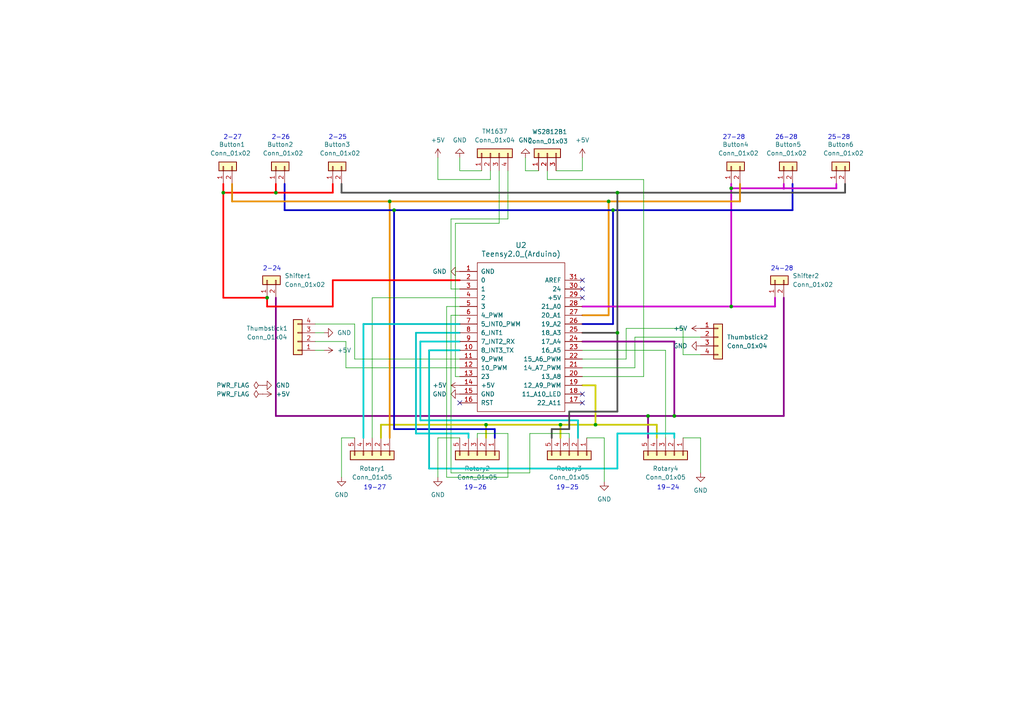
<source format=kicad_sch>
(kicad_sch (version 20230121) (generator eeschema)
  (paper "A4")
  (lib_symbols
    (symbol "Connector_Generic:Conn_01x02" (pin_names (offset 1.016) hide)
      (property "Reference" "J" (at 0 2.54 0))
      (property "Value" "Conn_01x02" (at 0 -5.08 0))
      (symbol "Conn_01x02_1_1"
        (rectangle (start -1.27 -2.413) (end 0 -2.667) (stroke (width 0.1524)))
        (rectangle (start -1.27 0.127) (end 0 -0.127) (stroke (width 0.1524)))
        (rectangle (start -1.27 1.27) (end 1.27 -3.81) (stroke (width 0.254)) (fill (type background)))
        (pin passive line (at -5.08 0 0) (length 3.81) (name "Pin_1") (number "1"))
        (pin passive line (at -5.08 -2.54 0) (length 3.81) (name "Pin_2") (number "2"))
      )
    )
    (symbol "Connector_Generic:Conn_01x03" (pin_names (offset 1.016) hide)
      (property "Reference" "J" (at 0 5.08 0))
      (property "Value" "Conn_01x03" (at 0 -5.08 0))
      (symbol "Conn_01x03_1_1"
        (rectangle (start -1.27 -2.413) (end 0 -2.667) (stroke (width 0.1524)))
        (rectangle (start -1.27 0.127) (end 0 -0.127) (stroke (width 0.1524)))
        (rectangle (start -1.27 2.667) (end 0 2.413) (stroke (width 0.1524)))
        (rectangle (start -1.27 3.81) (end 1.27 -3.81) (stroke (width 0.254)) (fill (type background)))
        (pin passive line (at -5.08 2.54 0) (length 3.81) (name "Pin_1") (number "1"))
        (pin passive line (at -5.08 0 0) (length 3.81) (name "Pin_2") (number "2"))
        (pin passive line (at -5.08 -2.54 0) (length 3.81) (name "Pin_3") (number "3"))
      )
    )
    (symbol "Connector_Generic:Conn_01x04" (pin_names (offset 1.016) hide)
      (property "Reference" "J" (at 0 5.08 0))
      (property "Value" "Conn_01x04" (at 0 -7.62 0))
      (symbol "Conn_01x04_1_1"
        (rectangle (start -1.27 -4.953) (end 0 -5.207) (stroke (width 0.1524)))
        (rectangle (start -1.27 -2.413) (end 0 -2.667) (stroke (width 0.1524)))
        (rectangle (start -1.27 0.127) (end 0 -0.127) (stroke (width 0.1524)))
        (rectangle (start -1.27 2.667) (end 0 2.413) (stroke (width 0.1524)))
        (rectangle (start -1.27 3.81) (end 1.27 -6.35) (stroke (width 0.254)) (fill (type background)))
        (pin passive line (at -5.08 2.54 0) (length 3.81) (name "Pin_1") (number "1"))
        (pin passive line (at -5.08 0 0) (length 3.81) (name "Pin_2") (number "2"))
        (pin passive line (at -5.08 -2.54 0) (length 3.81) (name "Pin_3") (number "3"))
        (pin passive line (at -5.08 -5.08 0) (length 3.81) (name "Pin_4") (number "4"))
      )
    )
    (symbol "Connector_Generic:Conn_01x05" (pin_names (offset 1.016) hide)
      (property "Reference" "J" (at 0 7.62 0))
      (property "Value" "Conn_01x05" (at 0 -7.62 0))
      (symbol "Conn_01x05_1_1"
        (rectangle (start -1.27 -4.953) (end 0 -5.207) (stroke (width 0.1524)))
        (rectangle (start -1.27 -2.413) (end 0 -2.667) (stroke (width 0.1524)))
        (rectangle (start -1.27 0.127) (end 0 -0.127) (stroke (width 0.1524)))
        (rectangle (start -1.27 2.667) (end 0 2.413) (stroke (width 0.1524)))
        (rectangle (start -1.27 5.207) (end 0 4.953) (stroke (width 0.1524)))
        (rectangle (start -1.27 6.35) (end 1.27 -6.35) (stroke (width 0.254)) (fill (type background)))
        (pin passive line (at -5.08 5.08 0) (length 3.81) (name "Pin_1") (number "1"))
        (pin passive line (at -5.08 2.54 0) (length 3.81) (name "Pin_2") (number "2"))
        (pin passive line (at -5.08 0 0) (length 3.81) (name "Pin_3") (number "3"))
        (pin passive line (at -5.08 -2.54 0) (length 3.81) (name "Pin_4") (number "4"))
        (pin passive line (at -5.08 -5.08 0) (length 3.81) (name "Pin_5") (number "5"))
      )
    )
    (symbol "power:+5V" (power) (pin_names (offset 0))
      (property "Value" "+5V" (at 0 3.556 0))
      (symbol "+5V_0_1"
        (polyline (pts (xy -0.762 1.27) (xy 0 2.54)))
        (polyline (pts (xy 0 0) (xy 0 2.54)))
        (polyline (pts (xy 0 2.54) (xy 0.762 1.27)))
      )
      (symbol "+5V_1_1"
        (pin power_in line (at 0 0 90) (length 0) hide (name "+5V") (number "1"))
      )
    )
    (symbol "power:GND" (power) (pin_names (offset 0))
      (property "Value" "GND" (at 0 -3.81 0))
      (symbol "GND_0_1"
        (polyline (pts (xy 0 0) (xy 0 -1.27) (xy 1.27 -1.27) (xy 0 -2.54) (xy -1.27 -1.27) (xy 0 -1.27)))
      )
      (symbol "GND_1_1"
        (pin power_in line (at 0 0 270) (length 0) hide (name "GND") (number "1"))
      )
    )
    (symbol "power:PWR_FLAG" (power) (pin_numbers hide) (pin_names (offset 0) hide)
      (property "Value" "PWR_FLAG" (at 0 3.81 0))
      (symbol "PWR_FLAG_0_0"
        (pin power_out line (at 0 0 90) (length 0) (name "pwr") (number "1"))
      )
      (symbol "PWR_FLAG_0_1"
        (polyline (pts (xy 0 0) (xy 0 1.27) (xy -1.016 1.905) (xy 0 2.54) (xy 1.016 1.905) (xy 0 1.27)))
      )
    )
    (symbol "teensy:Teensy2.0_(Arduino)" (pin_names (offset 1.016))
      (property "Reference" "U" (at 0 24.13 0))
      (property "Value" "Teensy2.0_(Arduino)" (at 0 -24.13 0))
      (symbol "Teensy2.0_(Arduino)_0_1"
        (rectangle (start -12.7 21.59) (end 12.7 -21.59))
      )
      (symbol "Teensy2.0_(Arduino)_1_1"
        (pin power_in line (at -17.78 19.05 0) (length 5.08) (name "GND") (number "1"))
        (pin bidirectional line (at -17.78 -3.81 0) (length 5.08) (name "8_INT3_TX") (number "10"))
        (pin bidirectional line (at -17.78 -6.35 0) (length 5.08) (name "9_PWM") (number "11"))
        (pin bidirectional line (at -17.78 -8.89 0) (length 5.08) (name "10_PWM") (number "12"))
        (pin bidirectional line (at -17.78 -11.43 0) (length 5.08) (name "23") (number "13"))
        (pin power_in line (at -17.78 -13.97 0) (length 5.08) (name "+5V") (number "14"))
        (pin power_in line (at -17.78 -16.51 0) (length 5.08) (name "GND") (number "15"))
        (pin input line (at -17.78 -19.05 0) (length 5.08) (name "RST") (number "16"))
        (pin bidirectional line (at 17.78 -19.05 180) (length 5.08) (name "22_A11") (number "17"))
        (pin bidirectional line (at 17.78 -16.51 180) (length 5.08) (name "11_A10_LED") (number "18"))
        (pin bidirectional line (at 17.78 -13.97 180) (length 5.08) (name "12_A9_PWM") (number "19"))
        (pin bidirectional line (at -17.78 16.51 0) (length 5.08) (name "0") (number "2"))
        (pin bidirectional line (at 17.78 -11.43 180) (length 5.08) (name "13_A8") (number "20"))
        (pin bidirectional line (at 17.78 -8.89 180) (length 5.08) (name "14_A7_PWM") (number "21"))
        (pin bidirectional line (at 17.78 -6.35 180) (length 5.08) (name "15_A6_PWM") (number "22"))
        (pin bidirectional line (at 17.78 -3.81 180) (length 5.08) (name "16_A5") (number "23"))
        (pin bidirectional line (at 17.78 -1.27 180) (length 5.08) (name "17_A4") (number "24"))
        (pin bidirectional line (at 17.78 1.27 180) (length 5.08) (name "18_A3") (number "25"))
        (pin bidirectional line (at 17.78 3.81 180) (length 5.08) (name "19_A2") (number "26"))
        (pin bidirectional line (at 17.78 6.35 180) (length 5.08) (name "20_A1") (number "27"))
        (pin bidirectional line (at 17.78 8.89 180) (length 5.08) (name "21_A0") (number "28"))
        (pin power_in line (at 17.78 11.43 180) (length 5.08) (name "+5V") (number "29"))
        (pin bidirectional line (at -17.78 13.97 0) (length 5.08) (name "1") (number "3"))
        (pin bidirectional line (at 17.78 13.97 180) (length 5.08) (name "24") (number "30"))
        (pin input line (at 17.78 16.51 180) (length 5.08) (name "AREF") (number "31"))
        (pin bidirectional line (at -17.78 11.43 0) (length 5.08) (name "2") (number "4"))
        (pin bidirectional line (at -17.78 8.89 0) (length 5.08) (name "3") (number "5"))
        (pin bidirectional line (at -17.78 6.35 0) (length 5.08) (name "4_PWM") (number "6"))
        (pin bidirectional line (at -17.78 3.81 0) (length 5.08) (name "5_INT0_PWM") (number "7"))
        (pin bidirectional line (at -17.78 1.27 0) (length 5.08) (name "6_INT1") (number "8"))
        (pin bidirectional line (at -17.78 -1.27 0) (length 5.08) (name "7_INT2_RX") (number "9"))
      )
    )
  )
  (junction (at 172.72 123.19))
  (junction (at 114.3 60.96))
  (junction (at 179.07 96.52))
  (junction (at 113.03 58.42))
  (junction (at 177.8 60.96))
  (junction (at 80.01 55.88))
  (junction (at 179.07 55.88))
  (junction (at 212.09 54.61))
  (junction (at 77.47 86.36))
  (junction (at 162.56 123.19))
  (junction (at 227.33 54.61) (diameter 0.6) (color 194 0 194 1))
  (junction (at 187.96 120.65))
  (junction (at 140.97 123.19))
  (junction (at 64.77 55.88))
  (junction (at 195.58 120.65))
  (junction (at 176.53 58.42))
  (junction (at 212.09 88.9))
  (no_connect (at 133.35 116.84))
  (no_connect (at 168.91 81.28))
  (no_connect (at 168.91 86.36))
  (no_connect (at 168.91 116.84))
  (no_connect (at 168.91 114.3))
  (no_connect (at 168.91 83.82))
  (wire (pts (xy 165.1 125.73) (xy 165.1 127)))
  (wire (pts (xy 80.01 120.65) (xy 187.96 120.65)) (stroke (width 0.5) (color 132 0 132 1)))
  (wire (pts (xy 158.75 52.07) (xy 186.69 52.07)))
  (wire (pts (xy 147.32 63.5) (xy 130.81 63.5)))
  (wire (pts (xy 102.87 93.98) (xy 102.87 104.14)))
  (wire (pts (xy 99.06 127) (xy 99.06 138.43)))
  (wire (pts (xy 132.08 64.77) (xy 132.08 109.22)))
  (wire (pts (xy 121.92 121.92) (xy 121.92 99.06)) (stroke (width 0.5) (color 0 194 194 1)))
  (wire (pts (xy 82.55 60.96) (xy 114.3 60.96)) (stroke (width 0.5) (color 0 0 194 1)))
  (wire (pts (xy 172.72 123.19) (xy 190.5 123.19)) (stroke (width 0.5) (color 194 194 0 1)))
  (wire (pts (xy 138.43 125.73) (xy 147.32 125.73)))
  (wire (pts (xy 91.44 99.06) (xy 100.33 99.06)))
  (wire (pts (xy 227.33 120.65) (xy 227.33 86.36)) (stroke (width 0.5) (color 132 0 132 1)))
  (wire (pts (xy 160.02 124.46) (xy 160.02 127)) (stroke (width 0.5) (color 72 72 72 1)))
  (wire (pts (xy 120.65 125.73) (xy 120.65 96.52)) (stroke (width 0.5) (color 0 194 194 1)))
  (wire (pts (xy 96.52 53.34) (xy 96.52 55.88)) (stroke (width 0.5) (color 255 0 0 1)))
  (wire (pts (xy 214.63 53.34) (xy 214.63 58.42)) (stroke (width 0.5) (color 221 133 0 1)))
  (wire (pts (xy 77.47 86.36) (xy 77.47 88.9)) (stroke (width 0.5) (color 255 0 0 1)))
  (wire (pts (xy 153.67 137.16) (xy 130.81 137.16)))
  (wire (pts (xy 113.03 58.42) (xy 113.03 127)) (stroke (width 0.5) (color 221 133 0 1)))
  (wire (pts (xy 184.15 97.79) (xy 184.15 106.68)))
  (wire (pts (xy 181.61 95.25) (xy 181.61 104.14)))
  (wire (pts (xy 133.35 127) (xy 127 127)))
  (wire (pts (xy 121.92 121.92) (xy 167.64 121.92)) (stroke (width 0.5) (color 0 194 194 1)))
  (wire (pts (xy 130.81 137.16) (xy 130.81 91.44)))
  (wire (pts (xy 127 127) (xy 127 138.43)))
  (wire (pts (xy 212.09 53.34) (xy 212.09 54.61)) (stroke (width 0.5) (color 194 0 194 1)))
  (wire (pts (xy 129.54 138.43) (xy 129.54 88.9)))
  (wire (pts (xy 91.44 93.98) (xy 102.87 93.98)))
  (wire (pts (xy 140.97 123.19) (xy 140.97 127)) (stroke (width 0.5) (color 194 194 0 1)))
  (wire (pts (xy 167.64 121.92) (xy 167.64 127)) (stroke (width 0.5) (color 0 194 194 1)))
  (wire (pts (xy 203.2 127) (xy 203.2 137.16)))
  (wire (pts (xy 172.72 111.76) (xy 168.91 111.76)) (stroke (width 0.5) (color 194 194 0 1)))
  (wire (pts (xy 184.15 106.68) (xy 168.91 106.68)))
  (wire (pts (xy 195.58 120.65) (xy 195.58 99.06)) (stroke (width 0.5) (color 132 0 132 1)))
  (wire (pts (xy 77.47 86.36) (xy 64.77 86.36)) (stroke (width 0.5) (color 255 0 0 1)))
  (wire (pts (xy 179.07 125.73) (xy 179.07 135.89)) (stroke (width 0.5) (color 0 194 194 1)))
  (wire (pts (xy 91.44 96.52) (xy 93.98 96.52)))
  (wire (pts (xy 162.56 123.19) (xy 172.72 123.19)) (stroke (width 0.5) (color 194 194 0 1)))
  (wire (pts (xy 203.2 97.79) (xy 184.15 97.79)))
  (wire (pts (xy 144.78 64.77) (xy 132.08 64.77)))
  (wire (pts (xy 198.12 102.87) (xy 198.12 95.25)))
  (wire (pts (xy 143.51 127) (xy 143.51 124.46)) (stroke (width 0.5) (color 0 0 194 1)))
  (wire (pts (xy 162.56 123.19) (xy 162.56 127)) (stroke (width 0.5) (color 194 194 0 1)))
  (wire (pts (xy 133.35 49.53) (xy 133.35 45.72)))
  (wire (pts (xy 129.54 88.9) (xy 133.35 88.9)))
  (wire (pts (xy 168.91 93.98) (xy 177.8 93.98)) (stroke (width 0.5) (color 0 0 194 1)))
  (wire (pts (xy 190.5 123.19) (xy 190.5 127)) (stroke (width 0.5) (color 194 194 0 1)))
  (wire (pts (xy 80.01 86.36) (xy 80.01 120.65)) (stroke (width 0.5) (color 132 0 132 1)))
  (wire (pts (xy 152.4 49.53) (xy 152.4 45.72)))
  (wire (pts (xy 229.87 60.96) (xy 229.87 53.34)) (stroke (width 0.5) (color 0 0 194 1)))
  (wire (pts (xy 110.49 123.19) (xy 140.97 123.19)) (stroke (width 0.5) (color 194 194 0 1)))
  (wire (pts (xy 67.31 58.42) (xy 113.03 58.42)) (stroke (width 0.5) (color 221 133 0 1)))
  (wire (pts (xy 107.95 86.36) (xy 133.35 86.36)))
  (wire (pts (xy 168.91 88.9) (xy 212.09 88.9)) (stroke (width 0.5) (color 194 0 194 1)))
  (wire (pts (xy 102.87 104.14) (xy 133.35 104.14)))
  (wire (pts (xy 105.41 93.98) (xy 133.35 93.98)) (stroke (width 0.5) (color 0 194 194 1)))
  (wire (pts (xy 147.32 138.43) (xy 129.54 138.43)))
  (wire (pts (xy 165.1 125.73) (xy 153.67 125.73)))
  (wire (pts (xy 132.08 109.22) (xy 133.35 109.22)))
  (wire (pts (xy 143.51 124.46) (xy 114.3 124.46)) (stroke (width 0.5) (color 0 0 194 1)))
  (wire (pts (xy 179.07 125.73) (xy 195.58 125.73)) (stroke (width 0.5) (color 0 194 194 1)))
  (wire (pts (xy 99.06 55.88) (xy 179.07 55.88)) (stroke (width 0.5) (color 72 72 72 1)))
  (wire (pts (xy 158.75 49.53) (xy 158.75 52.07)))
  (wire (pts (xy 135.89 125.73) (xy 120.65 125.73)) (stroke (width 0.5) (color 0 194 194 1)))
  (wire (pts (xy 147.32 125.73) (xy 147.32 138.43)))
  (wire (pts (xy 195.58 120.65) (xy 227.33 120.65)) (stroke (width 0.5) (color 132 0 132 1)))
  (wire (pts (xy 96.52 81.28) (xy 133.35 81.28)) (stroke (width 0.5) (color 255 0 0 1)))
  (wire (pts (xy 140.97 123.19) (xy 162.56 123.19)) (stroke (width 0.5) (color 194 194 0 1)))
  (wire (pts (xy 186.69 52.07) (xy 186.69 109.22)))
  (wire (pts (xy 181.61 104.14) (xy 168.91 104.14)))
  (wire (pts (xy 170.18 127) (xy 175.26 127)))
  (wire (pts (xy 80.01 53.34) (xy 80.01 55.88)) (stroke (width 0.5) (color 255 0 0 1)))
  (wire (pts (xy 212.09 54.61) (xy 212.09 88.9)) (stroke (width 0.5) (color 194 0 194 1)))
  (wire (pts (xy 176.53 58.42) (xy 113.03 58.42)) (stroke (width 0.5) (color 221 133 0 1)))
  (wire (pts (xy 179.07 135.89) (xy 124.46 135.89)) (stroke (width 0.5) (color 0 194 194 1)))
  (wire (pts (xy 130.81 83.82) (xy 133.35 83.82)))
  (wire (pts (xy 214.63 58.42) (xy 176.53 58.42)) (stroke (width 0.5) (color 221 133 0 1)))
  (wire (pts (xy 64.77 55.88) (xy 80.01 55.88)) (stroke (width 0.5) (color 255 0 0 1)))
  (wire (pts (xy 138.43 127) (xy 138.43 125.73)))
  (wire (pts (xy 245.11 55.88) (xy 245.11 53.34)) (stroke (width 0.5) (color 72 72 72 1)))
  (wire (pts (xy 177.8 60.96) (xy 177.8 93.98)) (stroke (width 0.5) (color 0 0 194 1)))
  (wire (pts (xy 142.24 52.07) (xy 127 52.07)))
  (wire (pts (xy 186.69 109.22) (xy 168.91 109.22)))
  (wire (pts (xy 179.07 55.88) (xy 245.11 55.88)) (stroke (width 0.5) (color 72 72 72 1)))
  (wire (pts (xy 176.53 91.44) (xy 168.91 91.44)) (stroke (width 0.5) (color 221 133 0 1)))
  (wire (pts (xy 100.33 106.68) (xy 133.35 106.68)))
  (wire (pts (xy 105.41 93.98) (xy 105.41 127)) (stroke (width 0.5) (color 0 194 194 1)))
  (wire (pts (xy 120.65 96.52) (xy 133.35 96.52)) (stroke (width 0.5) (color 0 194 194 1)))
  (wire (pts (xy 168.91 96.52) (xy 179.07 96.52)) (stroke (width 0.5) (color 72 72 72 1)))
  (wire (pts (xy 114.3 60.96) (xy 177.8 60.96)) (stroke (width 0.5) (color 0 0 194 1)))
  (wire (pts (xy 172.72 123.19) (xy 172.72 111.76)) (stroke (width 0.5) (color 194 194 0 1)))
  (wire (pts (xy 212.09 54.61) (xy 227.33 54.61)) (stroke (width 0.5) (color 194 0 194 1)))
  (wire (pts (xy 165.1 124.46) (xy 160.02 124.46)) (stroke (width 0.5) (color 72 72 72 1)))
  (wire (pts (xy 177.8 60.96) (xy 229.87 60.96)) (stroke (width 0.5) (color 0 0 194 1)))
  (wire (pts (xy 67.31 53.34) (xy 67.31 58.42)) (stroke (width 0.5) (color 221 133 0 1)))
  (wire (pts (xy 187.96 120.65) (xy 187.96 127)) (stroke (width 0.5) (color 132 0 132 1)))
  (wire (pts (xy 165.1 119.38) (xy 179.07 119.38)) (stroke (width 0.5) (color 72 72 72 1)))
  (wire (pts (xy 153.67 125.73) (xy 153.67 137.16)))
  (wire (pts (xy 161.29 49.53) (xy 168.91 49.53)))
  (wire (pts (xy 195.58 125.73) (xy 195.58 127)) (stroke (width 0.5) (color 0 194 194 1)))
  (wire (pts (xy 242.57 53.34) (xy 242.57 54.61)) (stroke (width 0.5) (color 194 0 194 1)))
  (wire (pts (xy 227.33 53.34) (xy 227.33 54.61)) (stroke (width 0.5) (color 194 0 194 1)))
  (wire (pts (xy 203.2 102.87) (xy 198.12 102.87)))
  (wire (pts (xy 96.52 88.9) (xy 96.52 81.28)) (stroke (width 0.5) (color 255 0 0 1)))
  (wire (pts (xy 114.3 124.46) (xy 114.3 60.96)) (stroke (width 0.5) (color 0 0 194 1)))
  (wire (pts (xy 93.98 101.6) (xy 91.44 101.6)))
  (wire (pts (xy 193.04 127) (xy 193.04 101.6)))
  (wire (pts (xy 64.77 53.34) (xy 64.77 55.88)) (stroke (width 0.5) (color 255 0 0 1)))
  (wire (pts (xy 135.89 125.73) (xy 135.89 127)) (stroke (width 0.5) (color 0 194 194 1)))
  (wire (pts (xy 156.21 49.53) (xy 152.4 49.53)))
  (wire (pts (xy 147.32 49.53) (xy 147.32 63.5)))
  (wire (pts (xy 193.04 101.6) (xy 168.91 101.6)))
  (wire (pts (xy 110.49 127) (xy 110.49 123.19)) (stroke (width 0.5) (color 194 194 0 1)))
  (wire (pts (xy 224.79 88.9) (xy 224.79 86.36)) (stroke (width 0.5) (color 194 0 194 1)))
  (wire (pts (xy 77.47 88.9) (xy 96.52 88.9)) (stroke (width 0.5) (color 255 0 0 1)))
  (wire (pts (xy 82.55 53.34) (xy 82.55 60.96)) (stroke (width 0.5) (color 0 0 194 1)))
  (wire (pts (xy 142.24 49.53) (xy 142.24 52.07)))
  (wire (pts (xy 139.7 49.53) (xy 133.35 49.53)))
  (wire (pts (xy 168.91 99.06) (xy 195.58 99.06)) (stroke (width 0.5) (color 132 0 132 1)))
  (wire (pts (xy 127 52.07) (xy 127 45.72)))
  (wire (pts (xy 198.12 127) (xy 203.2 127)))
  (wire (pts (xy 176.53 58.42) (xy 176.53 91.44)) (stroke (width 0.5) (color 221 133 0 1)))
  (wire (pts (xy 130.81 91.44) (xy 133.35 91.44)))
  (wire (pts (xy 130.81 63.5) (xy 130.81 83.82)))
  (wire (pts (xy 224.79 88.9) (xy 212.09 88.9)) (stroke (width 0.5) (color 194 0 194 1)))
  (wire (pts (xy 124.46 135.89) (xy 124.46 101.6)) (stroke (width 0.5) (color 0 194 194 1)))
  (wire (pts (xy 124.46 101.6) (xy 133.35 101.6)) (stroke (width 0.5) (color 0 194 194 1)))
  (wire (pts (xy 121.92 99.06) (xy 133.35 99.06)) (stroke (width 0.5) (color 0 194 194 1)))
  (wire (pts (xy 165.1 119.38) (xy 165.1 124.46)) (stroke (width 0.5) (color 72 72 72 1)))
  (wire (pts (xy 102.87 127) (xy 99.06 127)))
  (wire (pts (xy 107.95 127) (xy 107.95 86.36)))
  (wire (pts (xy 179.07 119.38) (xy 179.07 96.52)) (stroke (width 0.5) (color 72 72 72 1)))
  (wire (pts (xy 144.78 49.53) (xy 144.78 64.77)))
  (wire (pts (xy 198.12 95.25) (xy 181.61 95.25)))
  (wire (pts (xy 64.77 86.36) (xy 64.77 55.88)) (stroke (width 0.5) (color 255 0 0 1)))
  (wire (pts (xy 99.06 53.34) (xy 99.06 55.88)) (stroke (width 0.5) (color 72 72 72 1)))
  (wire (pts (xy 187.96 120.65) (xy 195.58 120.65)) (stroke (width 0.5) (color 132 0 132 1)))
  (wire (pts (xy 175.26 127) (xy 175.26 139.7)))
  (wire (pts (xy 179.07 55.88) (xy 179.07 96.52)) (stroke (width 0.5) (color 72 72 72 1)))
  (wire (pts (xy 168.91 45.72) (xy 168.91 49.53)))
  (wire (pts (xy 100.33 99.06) (xy 100.33 106.68)))
  (wire (pts (xy 80.01 55.88) (xy 96.52 55.88)) (stroke (width 0.5) (color 255 0 0 1)))
  (wire (pts (xy 227.33 54.61) (xy 242.57 54.61)) (stroke (width 0.5) (color 194 0 194 1)))
  (text "19-24" (at 190.5 142.24 0) (effects (font (size 1.27 1.27)) (justify left bottom)))
  (text "24-28" (at 223.52 78.74 0) (effects (font (size 1.27 1.27)) (justify left bottom)))
  (text "2-24" (at 76.2 78.74 0) (effects (font (size 1.27 1.27)) (justify left bottom)))
  (text "2-27" (at 64.77 40.64 0) (effects (font (size 1.27 1.27)) (justify left bottom)))
  (text "19-27" (at 105.41 142.24 0) (effects (font (size 1.27 1.27)) (justify left bottom)))
  (text "19-26" (at 134.62 142.24 0) (effects (font (size 1.27 1.27)) (justify left bottom)))
  (text "25-28" (at 240.03 40.64 0) (effects (font (size 1.27 1.27)) (justify left bottom)))
  (text "27-28" (at 209.55 40.64 0) (effects (font (size 1.27 1.27)) (justify left bottom)))
  (text "26-28" (at 224.79 40.64 0) (effects (font (size 1.27 1.27)) (justify left bottom)))
  (text "2-26" (at 78.74 40.64 0) (effects (font (size 1.27 1.27)) (justify left bottom)))
  (text "2-25" (at 95.25 40.64 0) (effects (font (size 1.27 1.27)) (justify left bottom)))
  (text "19-25" (at 161.29 142.24 0) (effects (font (size 1.27 1.27)) (justify left bottom)))
  (symbol (lib_id "power:GND") (at 133.35 45.72 180) (unit 1)
    (property "Reference" "#PWR015" (effects hide))
    (property "Value" "GND" (at 133.35 40.64 0))
  )
  (symbol (lib_id "Connector_Generic:Conn_01x02") (at 64.77 48.26 90) (unit 1)
    (property "Reference" "Button1" (at 63.5 41.91 90) (effects (justify right)))
    (property "Value" "Conn_01x02" (at 60.96 44.45 90) (effects (justify right)))
    (property "Footprint" "Connector_JST:JST_XH_B2B-XH-A_1x02_P2.50mm_Vertical" (effects hide))
  )
  (symbol (lib_id "Connector_Generic:Conn_01x02") (at 77.47 81.28 90) (unit 1)
    (property "Reference" "Shifter1" (at 82.55 80.01 90) (effects (justify right)))
    (property "Value" "Conn_01x02" (at 82.55 82.55 90) (effects (justify right)))
    (property "Footprint" "Connector_JST:JST_XH_B2B-XH-A_1x02_P2.50mm_Vertical" (effects hide))
  )
  (symbol (lib_id "teensy:Teensy2.0_(Arduino)") (at 151.13 97.79 0) (unit 1)
    (property "Reference" "U2" (at 151.13 71.12 0) (effects (font (size 1.524 1.524))))
    (property "Value" "Teensy2.0_(Arduino)" (at 151.13 73.66 0) (effects (font (size 1.524 1.524))))
    (property "Footprint" "teensy:Teensy2.0" (effects hide))
  )
  (symbol (lib_id "Connector_Generic:Conn_01x05") (at 193.04 132.08 270) (unit 1)
    (property "Reference" "Rotary4" (at 193.04 135.89 90))
    (property "Value" "Conn_01x05" (at 193.04 138.43 90))
    (property "Footprint" "Connector_JST:JST_XH_B5B-XH-A_1x05_P2.50mm_Vertical" (effects hide))
  )
  (symbol (lib_id "Connector_Generic:Conn_01x04") (at 142.24 44.45 90) (unit 1)
    (property "Reference" "TM1637" (at 143.51 38.1 90))
    (property "Value" "Conn_01x04" (at 143.51 40.64 90))
    (property "Footprint" "Connector_JST:JST_XH_B4B-XH-A_1x04_P2.50mm_Vertical" (effects hide))
  )
  (symbol (lib_id "Connector_Generic:Conn_01x05") (at 138.43 132.08 270) (unit 1)
    (property "Reference" "Rotary2" (at 138.43 135.89 90))
    (property "Value" "Conn_01x05" (at 138.43 138.43 90))
    (property "Footprint" "Connector_JST:JST_XH_B5B-XH-A_1x05_P2.50mm_Vertical" (effects hide))
  )
  (symbol (lib_id "Connector_Generic:Conn_01x04") (at 208.28 97.79 0) (unit 1)
    (property "Reference" "Thumbstick2" (at 210.82 97.79 0) (effects (justify left)))
    (property "Value" "Conn_01x04" (at 210.82 100.33 0) (effects (justify left)))
    (property "Footprint" "Connector_JST:JST_XH_B4B-XH-A_1x04_P2.50mm_Vertical" (effects hide))
  )
  (symbol (lib_id "power:+5V") (at 76.2 114.3 270) (unit 1)
    (property "Reference" "#PWR018" (effects hide))
    (property "Value" "+5V" (at 80.01 114.3 90) (effects (justify left)))
  )
  (symbol (lib_id "power:GND") (at 133.35 78.74 270) (unit 1)
    (property "Reference" "#PWR014" (effects hide))
    (property "Value" "GND" (at 129.54 78.74 90) (effects (justify right)))
  )
  (symbol (lib_id "power:GND") (at 127 138.43 0) (unit 1)
    (property "Reference" "#PWR05" (effects hide))
    (property "Value" "GND" (at 127 143.51 0))
  )
  (symbol (lib_id "Connector_Generic:Conn_01x02") (at 242.57 48.26 90) (unit 1)
    (property "Reference" "Button6" (at 240.03 41.91 90) (effects (justify right)))
    (property "Value" "Conn_01x02" (at 238.76 44.45 90) (effects (justify right)))
    (property "Footprint" "Connector_JST:JST_XH_B2B-XH-A_1x02_P2.50mm_Vertical" (effects hide))
  )
  (symbol (lib_id "Connector_Generic:Conn_01x04") (at 86.36 99.06 180) (unit 1)
    (property "Reference" "Thumbstick1" (at 77.47 95.25 0))
    (property "Value" "Conn_01x04" (at 77.47 97.79 0))
    (property "Footprint" "Connector_JST:JST_XH_B4B-XH-A_1x04_P2.50mm_Vertical" (effects hide))
  )
  (symbol (lib_id "power:GND") (at 99.06 138.43 0) (unit 1)
    (property "Reference" "#PWR02" (effects hide))
    (property "Value" "GND" (at 99.06 143.51 0))
  )
  (symbol (lib_id "power:GND") (at 175.26 139.7 0) (unit 1)
    (property "Reference" "#PWR06" (effects hide))
    (property "Value" "GND" (at 175.26 144.78 0))
  )
  (symbol (lib_id "power:GND") (at 93.98 96.52 90) (unit 1)
    (property "Reference" "#PWR08" (effects hide))
    (property "Value" "GND" (at 97.79 96.52 90) (effects (justify right)))
  )
  (symbol (lib_id "Connector_Generic:Conn_01x03") (at 158.75 44.45 90) (unit 1)
    (property "Reference" "WS2812B1" (at 154.3265 38.228 90) (effects (justify right)))
    (property "Value" "Conn_01x03" (at 152.966 40.949 90) (effects (justify right)))
    (property "Footprint" "Connector_JST:JST_XH_B3B-XH-A_1x03_P2.50mm_Vertical" (effects hide))
  )
  (symbol (lib_id "power:+5V") (at 203.2 95.25 90) (unit 1)
    (property "Reference" "#PWR01" (effects hide))
    (property "Value" "+5V" (at 199.39 95.25 90) (effects (justify left)))
  )
  (symbol (lib_id "Connector_Generic:Conn_01x02") (at 224.79 81.28 90) (unit 1)
    (property "Reference" "Shifter2" (at 229.87 80.01 90) (effects (justify right)))
    (property "Value" "Conn_01x02" (at 229.87 82.55 90) (effects (justify right)))
    (property "Footprint" "Connector_JST:JST_XH_B2B-XH-A_1x02_P2.50mm_Vertical" (effects hide))
  )
  (symbol (lib_id "Connector_Generic:Conn_01x02") (at 212.09 48.26 90) (unit 1)
    (property "Reference" "Button4" (at 209.55 41.91 90) (effects (justify right)))
    (property "Value" "Conn_01x02" (at 208.28 44.45 90) (effects (justify right)))
    (property "Footprint" "Connector_JST:JST_XH_B2B-XH-A_1x02_P2.50mm_Vertical" (effects hide))
  )
  (symbol (lib_id "Connector_Generic:Conn_01x02") (at 96.52 48.26 90) (unit 1)
    (property "Reference" "Button3" (at 93.98 41.91 90) (effects (justify right)))
    (property "Value" "Conn_01x02" (at 92.71 44.45 90) (effects (justify right)))
    (property "Footprint" "Connector_JST:JST_XH_B2B-XH-A_1x02_P2.50mm_Vertical" (effects hide))
  )
  (symbol (lib_id "power:PWR_FLAG") (at 76.2 111.76 90) (unit 1)
    (property "Reference" "#FLG02" (effects hide))
    (property "Value" "PWR_FLAG" (at 72.39 111.76 90) (effects (justify left)))
  )
  (symbol (lib_id "Connector_Generic:Conn_01x02") (at 80.01 48.26 90) (unit 1)
    (property "Reference" "Button2" (at 77.47 41.91 90) (effects (justify right)))
    (property "Value" "Conn_01x02" (at 76.2 44.45 90) (effects (justify right)))
    (property "Footprint" "Connector_JST:JST_XH_B2B-XH-A_1x02_P2.50mm_Vertical" (effects hide))
  )
  (symbol (lib_id "Connector_Generic:Conn_01x05") (at 165.1 132.08 270) (unit 1)
    (property "Reference" "Rotary3" (at 165.1 135.89 90))
    (property "Value" "Conn_01x05" (at 165.1 138.43 90))
    (property "Footprint" "Connector_JST:JST_XH_B5B-XH-A_1x05_P2.50mm_Vertical" (effects hide))
  )
  (symbol (lib_id "power:GND") (at 76.2 111.76 90) (unit 1)
    (property "Reference" "#PWR017" (effects hide))
    (property "Value" "GND" (at 80.01 111.76 90) (effects (justify right)))
  )
  (symbol (lib_id "power:GND") (at 133.35 114.3 270) (unit 1)
    (property "Reference" "#PWR013" (effects hide))
    (property "Value" "GND" (at 129.54 114.3 90) (effects (justify right)))
  )
  (symbol (lib_id "power:+5V") (at 168.91 45.72 0) (unit 1)
    (property "Reference" "#PWR03" (effects hide))
    (property "Value" "+5V" (at 168.91 40.64 0))
  )
  (symbol (lib_id "power:GND") (at 203.2 137.16 0) (unit 1)
    (property "Reference" "#PWR09" (effects hide))
    (property "Value" "GND" (at 203.2 142.24 0))
  )
  (symbol (lib_id "power:+5V") (at 133.35 111.76 90) (unit 1)
    (property "Reference" "#PWR012" (effects hide))
    (property "Value" "+5V" (at 129.54 111.76 90) (effects (justify left)))
  )
  (symbol (lib_id "Connector_Generic:Conn_01x02") (at 227.33 48.26 90) (unit 1)
    (property "Reference" "Button5" (at 224.79 41.91 90) (effects (justify right)))
    (property "Value" "Conn_01x02" (at 222.25 44.45 90) (effects (justify right)))
    (property "Footprint" "Connector_JST:JST_XH_B2B-XH-A_1x02_P2.50mm_Vertical" (effects hide))
  )
  (symbol (lib_id "power:+5V") (at 127 45.72 0) (unit 1)
    (property "Reference" "#PWR016" (effects hide))
    (property "Value" "+5V" (at 127 40.64 0))
  )
  (symbol (lib_id "power:PWR_FLAG") (at 76.2 114.3 90) (unit 1)
    (property "Reference" "#FLG01" (effects hide))
    (property "Value" "PWR_FLAG" (at 72.39 114.3 90) (effects (justify left)))
  )
  (symbol (lib_id "power:GND") (at 152.4 45.72 180) (unit 1)
    (property "Reference" "#PWR04" (effects hide))
    (property "Value" "GND" (at 152.4 40.64 0))
  )
  (symbol (lib_id "power:GND") (at 203.2 100.33 270) (unit 1)
    (property "Reference" "#PWR07" (effects hide))
    (property "Value" "GND" (at 199.39 100.33 90) (effects (justify right)))
  )
  (symbol (lib_id "power:+5V") (at 93.98 101.6 270) (unit 1)
    (property "Reference" "#PWR010" (effects hide))
    (property "Value" "+5V" (at 97.79 101.6 90) (effects (justify left)))
  )
  (symbol (lib_id "Connector_Generic:Conn_01x05") (at 107.95 132.08 270) (unit 1)
    (property "Reference" "Rotary1" (at 107.95 135.89 90))
    (property "Value" "Conn_01x05" (at 107.95 138.43 90))
    (property "Footprint" "Connector_JST:JST_XH_B5B-XH-A_1x05_P2.50mm_Vertical" (effects hide))
  )
)
</source>
